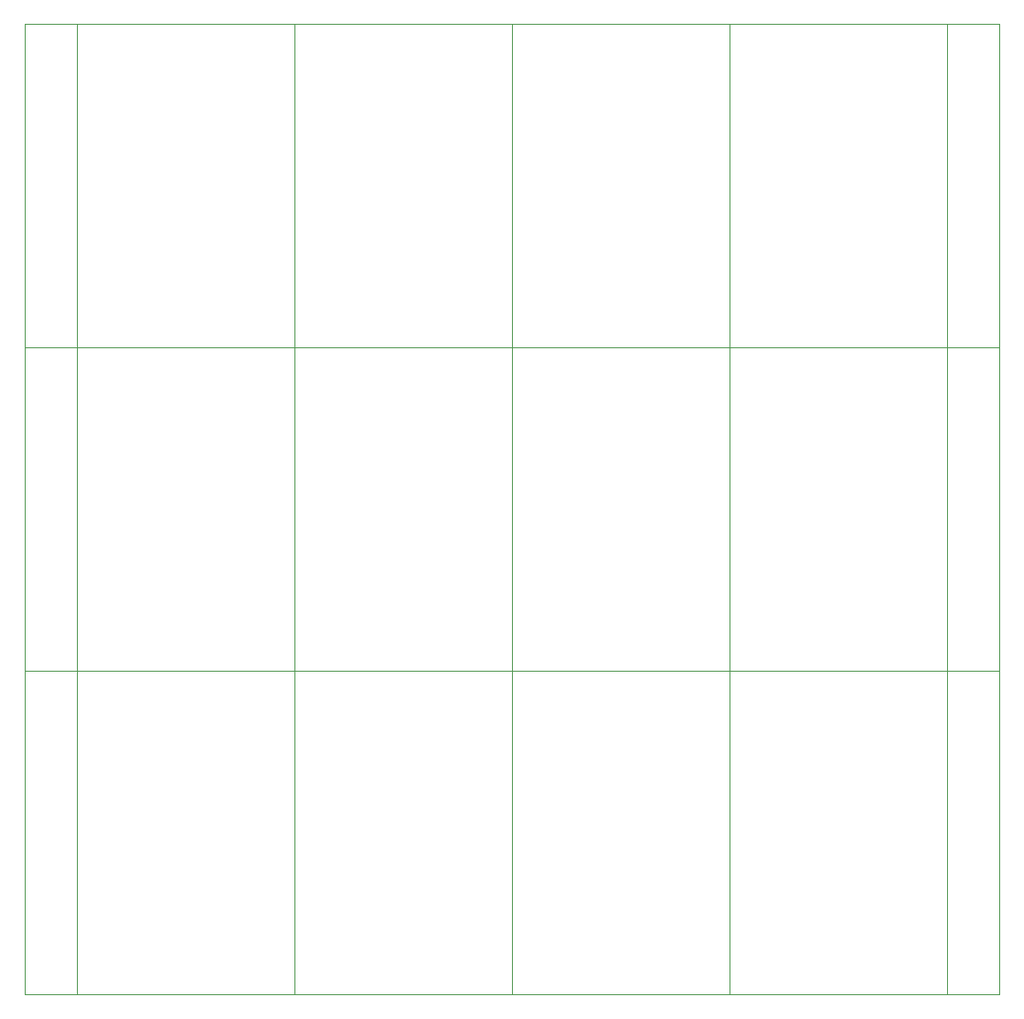
<source format=gbr>
G04 #@! TF.GenerationSoftware,KiCad,Pcbnew,(5.1.5)-3*
G04 #@! TF.CreationDate,2020-09-12T19:14:49+01:00*
G04 #@! TF.ProjectId,OTK_Panel,4f544b5f-5061-46e6-956c-2e6b69636164,rev?*
G04 #@! TF.SameCoordinates,Original*
G04 #@! TF.FileFunction,Profile,NP*
%FSLAX46Y46*%
G04 Gerber Fmt 4.6, Leading zero omitted, Abs format (unit mm)*
G04 Created by KiCad (PCBNEW (5.1.5)-3) date 2020-09-12 19:14:49*
%MOMM*%
%LPD*%
G04 APERTURE LIST*
%ADD10C,0.050000*%
G04 APERTURE END LIST*
D10*
X192734500Y-108806300D02*
X197734500Y-108798300D01*
X192734500Y-77818300D02*
X197734500Y-77818300D01*
X109422500Y-108806300D02*
X104422500Y-108810300D01*
X109422500Y-77818300D02*
X104422500Y-77820300D01*
X104422500Y-139790300D02*
X109422500Y-139794300D01*
X104422500Y-46820300D02*
X104422500Y-139790300D01*
X109422500Y-46830300D02*
X104422500Y-46820300D01*
X192734500Y-139794300D02*
X197734500Y-139790300D01*
X197734500Y-46830300D02*
X197734500Y-139790300D01*
X192734500Y-46830300D02*
X197734500Y-46830300D01*
X109422500Y-139794300D02*
X109422500Y-108806300D01*
X171906500Y-139794300D02*
X171906500Y-108806300D01*
X130250500Y-139794300D02*
X109422500Y-139794300D01*
X171906500Y-139794300D02*
X151078500Y-139794300D01*
X130250500Y-108806300D02*
X130250500Y-139794300D01*
X151078500Y-108806300D02*
X151078500Y-139794300D01*
X171906500Y-108806300D02*
X171906500Y-139794300D01*
X151078500Y-108806300D02*
X171906500Y-108806300D01*
X192734500Y-108806300D02*
X192734500Y-139794300D01*
X151078500Y-139794300D02*
X151078500Y-108806300D01*
X109422500Y-108806300D02*
X130250500Y-108806300D01*
X151078500Y-139794300D02*
X130250500Y-139794300D01*
X130250500Y-108806300D02*
X151078500Y-108806300D01*
X130250500Y-139794300D02*
X130250500Y-108806300D01*
X192734500Y-139794300D02*
X171906500Y-139794300D01*
X171906500Y-108806300D02*
X192734500Y-108806300D01*
X109422500Y-108806300D02*
X109422500Y-77818300D01*
X171906500Y-108806300D02*
X171906500Y-77818300D01*
X130250500Y-108806300D02*
X109422500Y-108806300D01*
X171906500Y-108806300D02*
X151078500Y-108806300D01*
X130250500Y-77818300D02*
X130250500Y-108806300D01*
X151078500Y-77818300D02*
X151078500Y-108806300D01*
X171906500Y-77818300D02*
X171906500Y-108806300D01*
X151078500Y-77818300D02*
X171906500Y-77818300D01*
X192734500Y-77818300D02*
X192734500Y-108806300D01*
X151078500Y-108806300D02*
X151078500Y-77818300D01*
X109422500Y-77818300D02*
X130250500Y-77818300D01*
X151078500Y-108806300D02*
X130250500Y-108806300D01*
X130250500Y-77818300D02*
X151078500Y-77818300D01*
X130250500Y-108806300D02*
X130250500Y-77818300D01*
X192734500Y-108806300D02*
X171906500Y-108806300D01*
X171906500Y-77818300D02*
X192734500Y-77818300D01*
X171906500Y-77818300D02*
X171906500Y-46830300D01*
X192734500Y-77818300D02*
X171906500Y-77818300D01*
X192734500Y-46830300D02*
X192734500Y-77818300D01*
X171906500Y-46830300D02*
X192734500Y-46830300D01*
X151078500Y-77818300D02*
X151078500Y-46830300D01*
X171906500Y-77818300D02*
X151078500Y-77818300D01*
X171906500Y-46830300D02*
X171906500Y-77818300D01*
X151078500Y-46830300D02*
X171906500Y-46830300D01*
X130250500Y-77818300D02*
X130250500Y-46830300D01*
X151078500Y-77818300D02*
X130250500Y-77818300D01*
X151078500Y-46830300D02*
X151078500Y-77818300D01*
X130250500Y-46830300D02*
X151078500Y-46830300D01*
X109422500Y-77818300D02*
X109422500Y-46830300D01*
X130250500Y-77818300D02*
X109422500Y-77818300D01*
X130250500Y-46830300D02*
X130250500Y-77818300D01*
X109422500Y-46830300D02*
X130250500Y-46830300D01*
M02*

</source>
